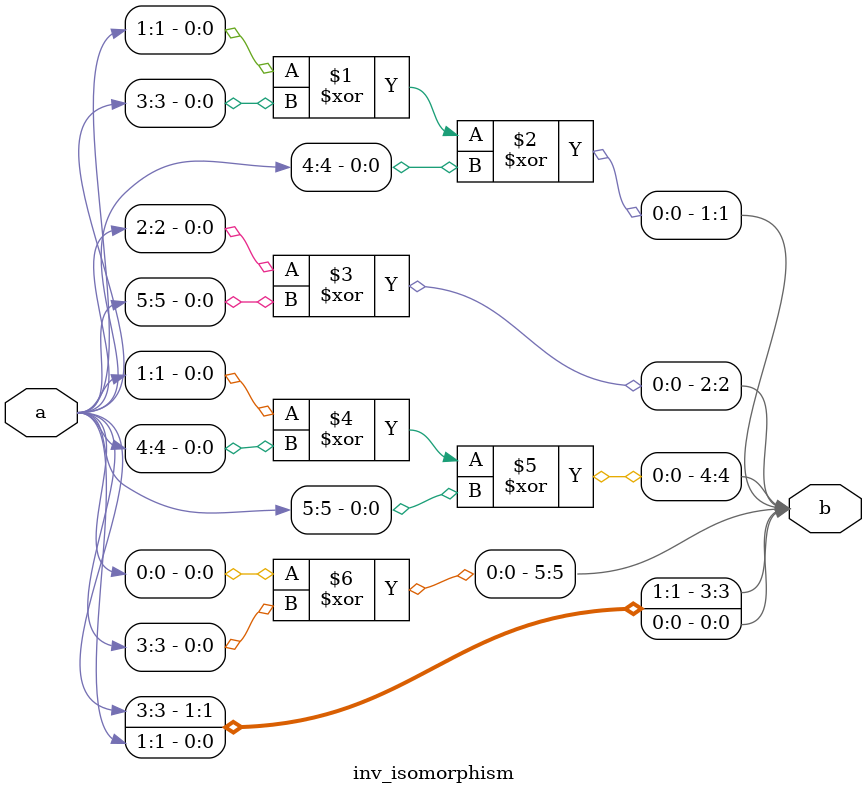
<source format=v>
`timescale 1ns/100ps
module SMS23_5_nn_1_6(x,y);
	 input [5:0] x;
	 output [5:0] y;
	 wire [5:0] w;
	 wire [5:0] p;
	 isomorphism C2 (x,w);
	 power_5 C3 (w,p);
	 inv_isomorphism C4 (p,y);
endmodule

module square_base(a,b);
	 input [1:0] a;
	 output [1:0] b;
	 assign b[0]=a[1];
	 assign b[1]=a[0];
endmodule

module add_base(a,b,c);
	 input [1:0] a;
	 input [1:0] b;
	 output [1:0] c;
	 assign c[0]=a[0]^b[0];
	 assign c[1]=a[1]^b[1];
endmodule

module constant_multiplication_base_0(a,b);
	 input [1:0] a;
	 output [1:0] b;
	 assign b[0]=0;
	 assign b[1]=0;
endmodule

module constant_multiplication_base_1(a,b);
	 input [1:0] a;
	 output [1:0] b;
	 assign b[0]=a[0];
	 assign b[1]=a[1];
endmodule

module constant_multiplication_base_2(a,b);
	 input [1:0] a;
	 output [1:0] b;
	 assign b[0]=a[1];
	 assign b[1]=a[0]^a[1];
endmodule

module constant_multiplication_base_3(a,b);
	 input [1:0] a;
	 output [1:0] b;
	 assign b[0]=a[0]^a[1];
	 assign b[1]=a[0];
endmodule

module multiplication_base(a,b,c);
	 input [1:0] a;
	 input [1:0] b;
	 output [1:0] c;
	 wire t;
	 assign t=(a[0]&b[1])^(a[1]&b[0]);
	 assign c[0]=(a[1]&b[1])^t;
	 assign c[1]=(a[0]&b[0])^t;
endmodule
module power_5(a,b);
	 input [5:0] a;
	 output [5:0] b;
	 wire [1:0] x_0;
	 wire [1:0] x_1;
	 wire [1:0] x_2;
	 wire [1:0] y_0;
	 wire [1:0] y_1;
	 wire [1:0] y_2;
	 wire [1:0] y_3;
	 wire [1:0] y_4;
	 wire [1:0] y_5;
	 wire [1:0] z_00;
	 wire [1:0] z_01;
	 wire [1:0] z_02;
	 wire [1:0] z_03;
	 wire [1:0] z_04;
	 wire [1:0] z_10;
	 wire [1:0] z_11;
	 wire [1:0] z_12;
	 wire [1:0] z_13;
	 wire [1:0] z_14;
	 wire [1:0] z_20;
	 wire [1:0] z_21;
	 wire [1:0] z_22;
	 wire [1:0] z_23;
	 wire [1:0] z_24;
	 wire [1:0] w_00;
	 wire [1:0] w_01;
	 wire [1:0] w_02;
	 wire [1:0] w_03;
	 wire [1:0] w_04;
	 wire [1:0] w_05;
	 wire [1:0] w_10;
	 wire [1:0] w_11;
	 wire [1:0] w_12;
	 wire [1:0] w_13;
	 wire [1:0] w_14;
	 wire [1:0] w_15;
	 wire [1:0] w_20;
	 wire [1:0] w_21;
	 wire [1:0] w_22;
	 wire [1:0] w_23;
	 wire [1:0] w_24;
	 wire [1:0] w_25;
	 assign x_0[0]=a[0];
	 assign x_0[1]=a[1];
	 assign x_1[0]=a[2];
	 assign x_1[1]=a[3];
	 assign x_2[0]=a[4];
	 assign x_2[1]=a[5];
	 square_base A1 (x_0,y_0);
	 square_base A2 (x_1,y_1);
	 square_base A3 (x_2,y_2);
	 multiplication_base A4 (x_0,x_1,y_3);
	 multiplication_base A5 (x_0,x_2,y_4);
	 multiplication_base A6 (x_1,x_2,y_5);
	 constant_multiplication_base_0 MC00 (y_0,w_00);
	 constant_multiplication_base_2 MC01 (y_1,w_01);
	 constant_multiplication_base_2 MC02 (y_2,w_02);
	 constant_multiplication_base_0 MC03 (y_3,w_03);
	 constant_multiplication_base_2 MC04 (y_4,w_04);
	 constant_multiplication_base_0 MC05 (y_5,w_05);
	 constant_multiplication_base_2 MC10 (y_0,w_10);
	 constant_multiplication_base_0 MC11 (y_1,w_11);
	 constant_multiplication_base_2 MC12 (y_2,w_12);
	 constant_multiplication_base_2 MC13 (y_3,w_13);
	 constant_multiplication_base_0 MC14 (y_4,w_14);
	 constant_multiplication_base_0 MC15 (y_5,w_15);
	 constant_multiplication_base_2 MC20 (y_0,w_20);
	 constant_multiplication_base_2 MC21 (y_1,w_21);
	 constant_multiplication_base_0 MC22 (y_2,w_22);
	 constant_multiplication_base_0 MC23 (y_3,w_23);
	 constant_multiplication_base_0 MC24 (y_4,w_24);
	 constant_multiplication_base_2 MC25 (y_5,w_25);
	 add_base B00 (w_00,w_01,z_00);
	 add_base B01 (w_02,w_03,z_01);
	 add_base B02 (w_04,w_05,z_02);
	 add_base B03 (z_00,z_01,z_03);
	 add_base B04 (z_03,z_02,z_04);
	 add_base B10 (w_10,w_11,z_10);
	 add_base B11 (w_12,w_13,z_11);
	 add_base B12 (w_14,w_15,z_12);
	 add_base B13 (z_10,z_11,z_13);
	 add_base B14 (z_13,z_12,z_14);
	 add_base B20 (w_20,w_21,z_20);
	 add_base B21 (w_22,w_23,z_21);
	 add_base B22 (w_24,w_25,z_22);
	 add_base B23 (z_20,z_21,z_23);
	 add_base B24 (z_23,z_22,z_24);
	 assign b[0]=z_04[0];
	 assign b[1]=z_04[1];
	 assign b[2]=z_14[0];
	 assign b[3]=z_14[1];
	 assign b[4]=z_24[0];
	 assign b[5]=z_24[1];
endmodule

module isomorphism(a,b);
	 input [5:0] a;
	 output [5:0] b;
	 assign b[0]=a[2]^a[4];
	 assign b[1]=a[5];
	 assign b[2]=a[0]^a[1]^a[2]^a[3]^a[5];
	 assign b[3]=a[1]^a[2]^a[5];
	 assign b[4]=a[0]^a[1]^a[4]^a[5];
	 assign b[5]=a[4]^a[5];
endmodule

module inv_isomorphism(a,b);
	 input [5:0] a;
	 output [5:0] b;
	 assign b[0]=a[1];
	 assign b[1]=a[1]^a[3]^a[4];
	 assign b[2]=a[2]^a[5];
	 assign b[3]=a[3];
	 assign b[4]=a[1]^a[4]^a[5];
	 assign b[5]=a[0]^a[3];
endmodule


</source>
